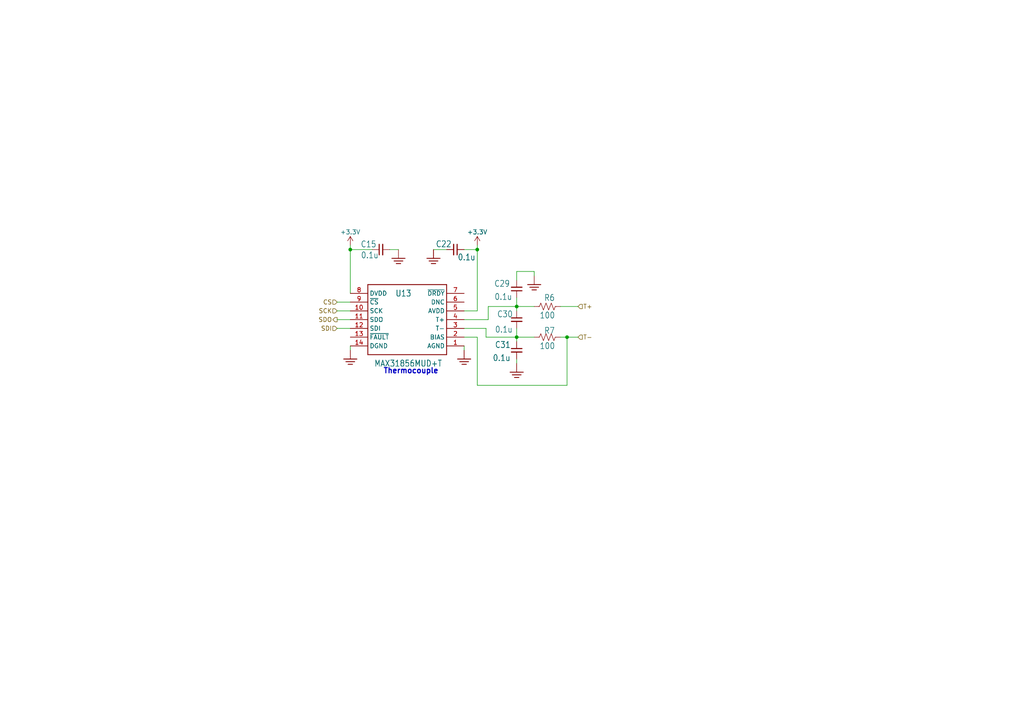
<source format=kicad_sch>
(kicad_sch (version 20230121) (generator eeschema)

  (uuid 00f2a0ff-d799-45cb-8ff1-4e2222c2dd8d)

  (paper "A4")

  (lib_symbols
    (symbol "BRGRavionics-eagle-import:GND-EARTH" (power) (in_bom yes) (on_board yes)
      (property "Reference" "#SUPPLY" (at 0 0 0)
        (effects (font (size 1.27 1.27)) hide)
      )
      (property "Value" "GND-EARTH" (at 0 -3.175 0)
        (effects (font (size 1.778 1.5113)))
      )
      (property "Footprint" "" (at 0 0 0)
        (effects (font (size 1.27 1.27)) hide)
      )
      (property "Datasheet" "" (at 0 0 0)
        (effects (font (size 1.27 1.27)) hide)
      )
      (property "ki_locked" "" (at 0 0 0)
        (effects (font (size 1.27 1.27)))
      )
      (symbol "GND-EARTH_1_0"
        (polyline
          (pts
            (xy -1.905 0)
            (xy 1.905 0)
          )
          (stroke (width 0.254) (type solid))
          (fill (type none))
        )
        (polyline
          (pts
            (xy -1.27 -0.762)
            (xy 1.27 -0.762)
          )
          (stroke (width 0.254) (type solid))
          (fill (type none))
        )
        (polyline
          (pts
            (xy -0.635 -1.524)
            (xy 0.635 -1.524)
          )
          (stroke (width 0.254) (type solid))
          (fill (type none))
        )
        (pin power_in line (at 0 2.54 270) (length 2.54)
          (name "GND" (effects (font (size 0 0))))
          (number "1" (effects (font (size 0 0))))
        )
      )
    )
    (symbol "BRGRavionics-eagle-import:MAX31856MUD+T" (in_bom yes) (on_board yes)
      (property "Reference" "IC" (at 29.21 7.62 0)
        (effects (font (size 1.778 1.5113)) (justify left))
      )
      (property "Value" "" (at 29.21 5.08 0)
        (effects (font (size 1.778 1.5113)) (justify left))
      )
      (property "Footprint" "BRGRavionics:SOP65P640X110-14N" (at 0 0 0)
        (effects (font (size 1.27 1.27)) hide)
      )
      (property "Datasheet" "" (at 0 0 0)
        (effects (font (size 1.27 1.27)) hide)
      )
      (property "ki_locked" "" (at 0 0 0)
        (effects (font (size 1.27 1.27)))
      )
      (symbol "MAX31856MUD+T_1_0"
        (polyline
          (pts
            (xy 5.08 2.54)
            (xy 5.08 -17.78)
          )
          (stroke (width 0.254) (type solid))
          (fill (type none))
        )
        (polyline
          (pts
            (xy 5.08 2.54)
            (xy 27.94 2.54)
          )
          (stroke (width 0.254) (type solid))
          (fill (type none))
        )
        (polyline
          (pts
            (xy 27.94 -17.78)
            (xy 5.08 -17.78)
          )
          (stroke (width 0.254) (type solid))
          (fill (type none))
        )
        (polyline
          (pts
            (xy 27.94 -17.78)
            (xy 27.94 2.54)
          )
          (stroke (width 0.254) (type solid))
          (fill (type none))
        )
        (pin bidirectional line (at 0 0 0) (length 5.08)
          (name "AGND" (effects (font (size 1.27 1.27))))
          (number "1" (effects (font (size 1.27 1.27))))
        )
        (pin bidirectional line (at 33.02 -10.16 180) (length 5.08)
          (name "SCK" (effects (font (size 1.27 1.27))))
          (number "10" (effects (font (size 1.27 1.27))))
        )
        (pin bidirectional line (at 33.02 -7.62 180) (length 5.08)
          (name "SDO" (effects (font (size 1.27 1.27))))
          (number "11" (effects (font (size 1.27 1.27))))
        )
        (pin bidirectional line (at 33.02 -5.08 180) (length 5.08)
          (name "SDI" (effects (font (size 1.27 1.27))))
          (number "12" (effects (font (size 1.27 1.27))))
        )
        (pin bidirectional line (at 33.02 -2.54 180) (length 5.08)
          (name "~{FAULT}" (effects (font (size 1.27 1.27))))
          (number "13" (effects (font (size 1.27 1.27))))
        )
        (pin bidirectional line (at 33.02 0 180) (length 5.08)
          (name "DGND" (effects (font (size 1.27 1.27))))
          (number "14" (effects (font (size 1.27 1.27))))
        )
        (pin bidirectional line (at 0 -2.54 0) (length 5.08)
          (name "BIAS" (effects (font (size 1.27 1.27))))
          (number "2" (effects (font (size 1.27 1.27))))
        )
        (pin bidirectional line (at 0 -5.08 0) (length 5.08)
          (name "T-" (effects (font (size 1.27 1.27))))
          (number "3" (effects (font (size 1.27 1.27))))
        )
        (pin bidirectional line (at 0 -7.62 0) (length 5.08)
          (name "T+" (effects (font (size 1.27 1.27))))
          (number "4" (effects (font (size 1.27 1.27))))
        )
        (pin bidirectional line (at 0 -10.16 0) (length 5.08)
          (name "AVDD" (effects (font (size 1.27 1.27))))
          (number "5" (effects (font (size 1.27 1.27))))
        )
        (pin bidirectional line (at 0 -12.7 0) (length 5.08)
          (name "DNC" (effects (font (size 1.27 1.27))))
          (number "6" (effects (font (size 1.27 1.27))))
        )
        (pin bidirectional line (at 0 -15.24 0) (length 5.08)
          (name "~{DRDY}" (effects (font (size 1.27 1.27))))
          (number "7" (effects (font (size 1.27 1.27))))
        )
        (pin bidirectional line (at 33.02 -15.24 180) (length 5.08)
          (name "DVDD" (effects (font (size 1.27 1.27))))
          (number "8" (effects (font (size 1.27 1.27))))
        )
        (pin bidirectional line (at 33.02 -12.7 180) (length 5.08)
          (name "~{CS}" (effects (font (size 1.27 1.27))))
          (number "9" (effects (font (size 1.27 1.27))))
        )
      )
    )
    (symbol "Device:C_Small" (pin_numbers hide) (pin_names (offset 0.254) hide) (in_bom yes) (on_board yes)
      (property "Reference" "C" (at 0.254 1.778 0)
        (effects (font (size 1.27 1.27)) (justify left))
      )
      (property "Value" "C_Small" (at 0.254 -2.032 0)
        (effects (font (size 1.27 1.27)) (justify left))
      )
      (property "Footprint" "" (at 0 0 0)
        (effects (font (size 1.27 1.27)) hide)
      )
      (property "Datasheet" "~" (at 0 0 0)
        (effects (font (size 1.27 1.27)) hide)
      )
      (property "ki_keywords" "capacitor cap" (at 0 0 0)
        (effects (font (size 1.27 1.27)) hide)
      )
      (property "ki_description" "Unpolarized capacitor, small symbol" (at 0 0 0)
        (effects (font (size 1.27 1.27)) hide)
      )
      (property "ki_fp_filters" "C_*" (at 0 0 0)
        (effects (font (size 1.27 1.27)) hide)
      )
      (symbol "C_Small_0_1"
        (polyline
          (pts
            (xy -1.524 -0.508)
            (xy 1.524 -0.508)
          )
          (stroke (width 0.3302) (type default))
          (fill (type none))
        )
        (polyline
          (pts
            (xy -1.524 0.508)
            (xy 1.524 0.508)
          )
          (stroke (width 0.3048) (type default))
          (fill (type none))
        )
      )
      (symbol "C_Small_1_1"
        (pin passive line (at 0 2.54 270) (length 2.032)
          (name "~" (effects (font (size 1.27 1.27))))
          (number "1" (effects (font (size 1.27 1.27))))
        )
        (pin passive line (at 0 -2.54 90) (length 2.032)
          (name "~" (effects (font (size 1.27 1.27))))
          (number "2" (effects (font (size 1.27 1.27))))
        )
      )
    )
    (symbol "Device:R_US" (pin_numbers hide) (pin_names (offset 0)) (in_bom yes) (on_board yes)
      (property "Reference" "R" (at 2.54 0 90)
        (effects (font (size 1.27 1.27)))
      )
      (property "Value" "R_US" (at -2.54 0 90)
        (effects (font (size 1.27 1.27)))
      )
      (property "Footprint" "" (at 1.016 -0.254 90)
        (effects (font (size 1.27 1.27)) hide)
      )
      (property "Datasheet" "~" (at 0 0 0)
        (effects (font (size 1.27 1.27)) hide)
      )
      (property "ki_keywords" "R res resistor" (at 0 0 0)
        (effects (font (size 1.27 1.27)) hide)
      )
      (property "ki_description" "Resistor, US symbol" (at 0 0 0)
        (effects (font (size 1.27 1.27)) hide)
      )
      (property "ki_fp_filters" "R_*" (at 0 0 0)
        (effects (font (size 1.27 1.27)) hide)
      )
      (symbol "R_US_0_1"
        (polyline
          (pts
            (xy 0 -2.286)
            (xy 0 -2.54)
          )
          (stroke (width 0) (type default))
          (fill (type none))
        )
        (polyline
          (pts
            (xy 0 2.286)
            (xy 0 2.54)
          )
          (stroke (width 0) (type default))
          (fill (type none))
        )
        (polyline
          (pts
            (xy 0 -0.762)
            (xy 1.016 -1.143)
            (xy 0 -1.524)
            (xy -1.016 -1.905)
            (xy 0 -2.286)
          )
          (stroke (width 0) (type default))
          (fill (type none))
        )
        (polyline
          (pts
            (xy 0 0.762)
            (xy 1.016 0.381)
            (xy 0 0)
            (xy -1.016 -0.381)
            (xy 0 -0.762)
          )
          (stroke (width 0) (type default))
          (fill (type none))
        )
        (polyline
          (pts
            (xy 0 2.286)
            (xy 1.016 1.905)
            (xy 0 1.524)
            (xy -1.016 1.143)
            (xy 0 0.762)
          )
          (stroke (width 0) (type default))
          (fill (type none))
        )
      )
      (symbol "R_US_1_1"
        (pin passive line (at 0 3.81 270) (length 1.27)
          (name "~" (effects (font (size 1.27 1.27))))
          (number "1" (effects (font (size 1.27 1.27))))
        )
        (pin passive line (at 0 -3.81 90) (length 1.27)
          (name "~" (effects (font (size 1.27 1.27))))
          (number "2" (effects (font (size 1.27 1.27))))
        )
      )
    )
    (symbol "power:+3.3V" (power) (pin_names (offset 0)) (in_bom yes) (on_board yes)
      (property "Reference" "#PWR" (at 0 -3.81 0)
        (effects (font (size 1.27 1.27)) hide)
      )
      (property "Value" "+3.3V" (at 0 3.556 0)
        (effects (font (size 1.27 1.27)))
      )
      (property "Footprint" "" (at 0 0 0)
        (effects (font (size 1.27 1.27)) hide)
      )
      (property "Datasheet" "" (at 0 0 0)
        (effects (font (size 1.27 1.27)) hide)
      )
      (property "ki_keywords" "global power" (at 0 0 0)
        (effects (font (size 1.27 1.27)) hide)
      )
      (property "ki_description" "Power symbol creates a global label with name \"+3.3V\"" (at 0 0 0)
        (effects (font (size 1.27 1.27)) hide)
      )
      (symbol "+3.3V_0_1"
        (polyline
          (pts
            (xy -0.762 1.27)
            (xy 0 2.54)
          )
          (stroke (width 0) (type default))
          (fill (type none))
        )
        (polyline
          (pts
            (xy 0 0)
            (xy 0 2.54)
          )
          (stroke (width 0) (type default))
          (fill (type none))
        )
        (polyline
          (pts
            (xy 0 2.54)
            (xy 0.762 1.27)
          )
          (stroke (width 0) (type default))
          (fill (type none))
        )
      )
      (symbol "+3.3V_1_1"
        (pin power_in line (at 0 0 90) (length 0) hide
          (name "+3.3V" (effects (font (size 1.27 1.27))))
          (number "1" (effects (font (size 1.27 1.27))))
        )
      )
    )
  )

  (junction (at 164.465 97.79) (diameter 0) (color 0 0 0 0)
    (uuid 00c9eae0-fff4-414e-952a-a7842e838678)
  )
  (junction (at 101.6 72.39) (diameter 0) (color 0 0 0 0)
    (uuid 68d8fe08-9c42-43bd-8e7e-6b5a4b0c9ae1)
  )
  (junction (at 138.43 72.39) (diameter 0) (color 0 0 0 0)
    (uuid c12d9359-1694-4a35-84ac-2c69dd311533)
  )
  (junction (at 149.86 88.9) (diameter 0) (color 0 0 0 0)
    (uuid c9bb25de-b79c-45b0-a34f-3ef118af068a)
  )
  (junction (at 149.86 97.79) (diameter 0) (color 0 0 0 0)
    (uuid ff39a96e-5489-4b2b-96ba-307f2d460657)
  )

  (wire (pts (xy 149.86 90.17) (xy 149.86 88.9))
    (stroke (width 0) (type default))
    (uuid 05eeef58-70be-4a77-90ed-c3f2962c4452)
  )
  (wire (pts (xy 141.605 88.9) (xy 149.86 88.9))
    (stroke (width 0.1524) (type solid))
    (uuid 086aa627-7e8f-4b63-ae45-a190e3ed419a)
  )
  (wire (pts (xy 149.86 88.9) (xy 154.94 88.9))
    (stroke (width 0.1524) (type solid))
    (uuid 16e69bd9-6fed-4828-ac09-c9d221c2e3f9)
  )
  (wire (pts (xy 101.6 72.39) (xy 107.95 72.39))
    (stroke (width 0) (type default))
    (uuid 20d4e0b4-e156-472a-98de-0aeabdd19c80)
  )
  (wire (pts (xy 138.43 111.76) (xy 164.465 111.76))
    (stroke (width 0.1524) (type solid))
    (uuid 220fa4f3-8e60-4205-b779-d113ef2db22f)
  )
  (wire (pts (xy 97.79 90.17) (xy 101.6 90.17))
    (stroke (width 0.1524) (type solid))
    (uuid 2c05f0a6-dce2-4342-9dd8-2f1f3e858c20)
  )
  (wire (pts (xy 97.79 87.63) (xy 101.6 87.63))
    (stroke (width 0) (type default))
    (uuid 31871dab-8285-4516-b5b9-67c6a0899470)
  )
  (wire (pts (xy 134.62 97.79) (xy 138.43 97.79))
    (stroke (width 0.1524) (type solid))
    (uuid 421e4471-50fe-4036-ae6e-4888c0ca8a85)
  )
  (wire (pts (xy 149.86 81.28) (xy 149.86 78.74))
    (stroke (width 0) (type default))
    (uuid 4393c5fd-e4e3-4d90-af0e-428b2640e2c4)
  )
  (wire (pts (xy 149.86 99.06) (xy 149.86 97.79))
    (stroke (width 0) (type default))
    (uuid 48f01860-d6e7-4f79-9f93-bf1335587226)
  )
  (wire (pts (xy 138.43 71.12) (xy 138.43 72.39))
    (stroke (width 0) (type default))
    (uuid 52c08a52-5a73-4edf-8ef8-f1d69eade0d8)
  )
  (wire (pts (xy 140.97 97.79) (xy 140.97 95.25))
    (stroke (width 0.1524) (type solid))
    (uuid 5d8fd5b1-37bf-4c0c-b053-298c8303c656)
  )
  (wire (pts (xy 149.86 97.79) (xy 140.97 97.79))
    (stroke (width 0.1524) (type solid))
    (uuid 6423ce35-1d4d-435f-9e8c-dd850649efa0)
  )
  (wire (pts (xy 134.62 92.71) (xy 141.605 92.71))
    (stroke (width 0.1524) (type solid))
    (uuid 6c24b597-9043-4df8-b75e-a2978bfdc9c1)
  )
  (wire (pts (xy 162.56 97.79) (xy 164.465 97.79))
    (stroke (width 0) (type default))
    (uuid 749f8208-215f-4dd4-8fed-cf8dd34d5733)
  )
  (wire (pts (xy 149.86 78.74) (xy 154.94 78.74))
    (stroke (width 0) (type default))
    (uuid 79ec2e29-1c9f-4fe5-b6df-cc00731cac32)
  )
  (wire (pts (xy 138.43 90.17) (xy 134.62 90.17))
    (stroke (width 0.1524) (type solid))
    (uuid 8add1d6b-06a9-40a7-9de1-a6b6b0e30a9b)
  )
  (wire (pts (xy 101.6 72.39) (xy 101.6 85.09))
    (stroke (width 0) (type default))
    (uuid 91a5e91f-7052-4a1c-bb3b-dea82e5586af)
  )
  (wire (pts (xy 101.6 100.33) (xy 101.6 101.6))
    (stroke (width 0) (type default))
    (uuid 91c5ed38-d68e-4b26-a56e-84630af5ba9a)
  )
  (wire (pts (xy 140.97 95.25) (xy 134.62 95.25))
    (stroke (width 0.1524) (type solid))
    (uuid 921981b8-51ca-4d02-80cf-5c46e06766b3)
  )
  (wire (pts (xy 154.94 97.79) (xy 149.86 97.79))
    (stroke (width 0) (type default))
    (uuid 955e39c0-9ff8-4892-8181-d839838a4fc7)
  )
  (wire (pts (xy 162.56 88.9) (xy 167.64 88.9))
    (stroke (width 0) (type default))
    (uuid 964675f1-9bfe-437c-8b8d-751824ee8644)
  )
  (wire (pts (xy 134.62 101.6) (xy 134.62 100.33))
    (stroke (width 0) (type default))
    (uuid 9c785983-06fe-4f26-85a2-b969b2f38e0a)
  )
  (wire (pts (xy 138.43 97.79) (xy 138.43 111.76))
    (stroke (width 0.1524) (type solid))
    (uuid 9c86122f-c599-4006-bfc5-d1b5eb747966)
  )
  (wire (pts (xy 134.62 72.39) (xy 138.43 72.39))
    (stroke (width 0) (type default))
    (uuid 9e68219c-0d70-4029-a8e4-65e2ffab9828)
  )
  (wire (pts (xy 164.465 111.76) (xy 164.465 97.79))
    (stroke (width 0.1524) (type solid))
    (uuid a4af1416-5745-4af6-af4c-ceacb8b8636b)
  )
  (wire (pts (xy 149.86 105.41) (xy 149.86 104.14))
    (stroke (width 0) (type default))
    (uuid ab2dd8b0-fd1c-4f27-87fb-4bdbecdc71af)
  )
  (wire (pts (xy 125.73 72.39) (xy 129.54 72.39))
    (stroke (width 0) (type default))
    (uuid ac3a4d4a-74fb-4b33-b1d3-779129f9e9fa)
  )
  (wire (pts (xy 101.6 72.39) (xy 101.6 71.12))
    (stroke (width 0) (type default))
    (uuid c1c8369d-ad76-405d-9c4d-76ba2e2f5283)
  )
  (wire (pts (xy 138.43 72.39) (xy 138.43 90.17))
    (stroke (width 0) (type default))
    (uuid c68d70bc-5c9f-4f65-98b2-50dc1e8359c5)
  )
  (wire (pts (xy 149.86 95.25) (xy 149.86 97.79))
    (stroke (width 0) (type default))
    (uuid d12f31f7-8f26-4c4a-8b5a-50402d441e38)
  )
  (wire (pts (xy 97.79 95.25) (xy 101.6 95.25))
    (stroke (width 0.1524) (type solid))
    (uuid d41778ea-38ea-4a4b-9081-bfc4f981af0d)
  )
  (wire (pts (xy 141.605 92.71) (xy 141.605 88.9))
    (stroke (width 0.1524) (type solid))
    (uuid dd47ceea-29ef-4ffa-aab0-9792a889187b)
  )
  (wire (pts (xy 164.465 97.79) (xy 167.64 97.79))
    (stroke (width 0.1524) (type solid))
    (uuid ee88661c-eda1-40cf-8314-0dedf552e298)
  )
  (wire (pts (xy 154.94 78.74) (xy 154.94 80.01))
    (stroke (width 0) (type default))
    (uuid f0c7db38-cba4-4d4a-afa7-ff8d26f9e1c5)
  )
  (wire (pts (xy 97.79 92.71) (xy 101.6 92.71))
    (stroke (width 0.1524) (type solid))
    (uuid f41ed511-5c9a-4d00-82c2-81b5b57fe591)
  )
  (wire (pts (xy 113.03 72.39) (xy 115.57 72.39))
    (stroke (width 0) (type default))
    (uuid f4d6e5c3-a277-43ab-bf46-ff0c01fdc5b1)
  )
  (wire (pts (xy 149.86 86.36) (xy 149.86 88.9))
    (stroke (width 0) (type default))
    (uuid f78db8b0-1238-4843-81ec-b38698216767)
  )

  (text "Thermocouple" (at 111.125 108.585 0)
    (effects (font (size 1.524 1.524) (thickness 0.3048) bold) (justify left bottom))
    (uuid 152266f6-d9ef-48bb-bc19-75d678a036d5)
  )

  (hierarchical_label "SDO" (shape output) (at 97.79 92.71 180) (fields_autoplaced)
    (effects (font (size 1.27 1.27)) (justify right))
    (uuid 17b1299e-a92a-4a23-b052-81c9d6e31135)
  )
  (hierarchical_label "CS" (shape input) (at 97.79 87.63 180) (fields_autoplaced)
    (effects (font (size 1.27 1.27)) (justify right))
    (uuid 6fb1318f-cffa-4a8d-a402-b69c558c6bd8)
  )
  (hierarchical_label "T-" (shape input) (at 167.64 97.79 0) (fields_autoplaced)
    (effects (font (size 1.27 1.27)) (justify left))
    (uuid 88c5b5fd-d2be-4856-bee2-e461591bada5)
  )
  (hierarchical_label "T+" (shape input) (at 167.64 88.9 0) (fields_autoplaced)
    (effects (font (size 1.27 1.27)) (justify left))
    (uuid c8169164-c36f-42cc-92a7-81097bac61d9)
  )
  (hierarchical_label "SCK" (shape input) (at 97.79 90.17 180) (fields_autoplaced)
    (effects (font (size 1.27 1.27)) (justify right))
    (uuid ca0b2e80-58ec-4358-9511-1e2d7e82659d)
  )
  (hierarchical_label "SDI" (shape input) (at 97.79 95.25 180) (fields_autoplaced)
    (effects (font (size 1.27 1.27)) (justify right))
    (uuid d69cf74f-8418-4687-90f1-5b1103b876ad)
  )

  (symbol (lib_id "BRGRavionics-eagle-import:GND-EARTH") (at 101.6 104.14 0) (unit 1)
    (in_bom yes) (on_board yes) (dnp no)
    (uuid 0ee44d4e-f869-4582-ba4e-6fda4a274bf2)
    (property "Reference" "#SUPPLY015" (at 101.6 104.14 0)
      (effects (font (size 1.27 1.27)) hide)
    )
    (property "Value" "GND" (at 101.6 107.315 0)
      (effects (font (size 1.778 1.5113)) hide)
    )
    (property "Footprint" "" (at 101.6 104.14 0)
      (effects (font (size 1.27 1.27)) hide)
    )
    (property "Datasheet" "" (at 101.6 104.14 0)
      (effects (font (size 1.27 1.27)) hide)
    )
    (pin "1" (uuid b850b20a-d201-42dd-95d3-e9b92360026b))
    (instances
      (project "BRGRavionics"
        (path "/4e6fd9e4-e85c-45d6-9f9c-1f20b37f8bd7/b00cdb22-0b75-4b3c-9f2d-6c8417408d33"
          (reference "#SUPPLY015") (unit 1)
        )
      )
    )
  )

  (symbol (lib_id "Device:C_Small") (at 132.08 72.39 270) (unit 1)
    (in_bom yes) (on_board yes) (dnp no)
    (uuid 1b3c17d2-1543-49b8-a424-b1334438cd8b)
    (property "Reference" "C22" (at 126.365 71.755 90)
      (effects (font (size 1.778 1.5113)) (justify left bottom))
    )
    (property "Value" "0.1u" (at 132.715 75.565 90)
      (effects (font (size 1.778 1.5113)) (justify left bottom))
    )
    (property "Footprint" "Capacitor_SMD:C_0603_1608Metric" (at 132.08 72.39 0)
      (effects (font (size 1.27 1.27)) hide)
    )
    (property "Datasheet" "~" (at 132.08 72.39 0)
      (effects (font (size 1.27 1.27)) hide)
    )
    (pin "1" (uuid 73acaced-6d60-4846-9aaf-90f0dc3f48eb))
    (pin "2" (uuid fd9f8014-45b1-47f6-9df1-393ffa4a6b69))
    (instances
      (project "BRGRavionics"
        (path "/4e6fd9e4-e85c-45d6-9f9c-1f20b37f8bd7/b00cdb22-0b75-4b3c-9f2d-6c8417408d33"
          (reference "C22") (unit 1)
        )
      )
    )
  )

  (symbol (lib_id "Device:C_Small") (at 110.49 72.39 90) (unit 1)
    (in_bom yes) (on_board yes) (dnp no)
    (uuid 2e54d443-14a4-4143-9527-fea87cf7d7b5)
    (property "Reference" "C15" (at 109.22 69.85 90)
      (effects (font (size 1.778 1.5113)) (justify left bottom))
    )
    (property "Value" "0.1u" (at 109.855 73.025 90)
      (effects (font (size 1.778 1.5113)) (justify left bottom))
    )
    (property "Footprint" "Capacitor_SMD:C_0603_1608Metric" (at 110.49 72.39 0)
      (effects (font (size 1.27 1.27)) hide)
    )
    (property "Datasheet" "~" (at 110.49 72.39 0)
      (effects (font (size 1.27 1.27)) hide)
    )
    (pin "1" (uuid f338a1c6-96a0-46a0-8bc7-7041a2045023))
    (pin "2" (uuid d9e1dd09-3f6c-478a-ad59-622705540a2f))
    (instances
      (project "BRGRavionics"
        (path "/4e6fd9e4-e85c-45d6-9f9c-1f20b37f8bd7/b00cdb22-0b75-4b3c-9f2d-6c8417408d33"
          (reference "C15") (unit 1)
        )
      )
    )
  )

  (symbol (lib_id "BRGRavionics-eagle-import:GND-EARTH") (at 149.86 107.95 0) (unit 1)
    (in_bom yes) (on_board yes) (dnp no)
    (uuid 2ffac46b-229c-470c-938b-bcd3110af325)
    (property "Reference" "#SUPPLY019" (at 149.86 107.95 0)
      (effects (font (size 1.27 1.27)) hide)
    )
    (property "Value" "GND" (at 149.86 111.125 0)
      (effects (font (size 1.778 1.5113)) hide)
    )
    (property "Footprint" "" (at 149.86 107.95 0)
      (effects (font (size 1.27 1.27)) hide)
    )
    (property "Datasheet" "" (at 149.86 107.95 0)
      (effects (font (size 1.27 1.27)) hide)
    )
    (pin "1" (uuid a709da30-65dc-4dff-9654-a06d2eccee48))
    (instances
      (project "BRGRavionics"
        (path "/4e6fd9e4-e85c-45d6-9f9c-1f20b37f8bd7/b00cdb22-0b75-4b3c-9f2d-6c8417408d33"
          (reference "#SUPPLY019") (unit 1)
        )
      )
    )
  )

  (symbol (lib_id "Device:R_US") (at 158.75 88.9 270) (unit 1)
    (in_bom yes) (on_board yes) (dnp no)
    (uuid 4ce5ebf2-0ffc-484f-91f8-a5e0a5576d24)
    (property "Reference" "R6" (at 159.385 86.36 90)
      (effects (font (size 1.778 1.5113)))
    )
    (property "Value" "100" (at 158.75 91.44 90)
      (effects (font (size 1.778 1.5113)))
    )
    (property "Footprint" "Resistor_SMD:R_0603_1608Metric" (at 158.75 88.9 0)
      (effects (font (size 1.27 1.27)) hide)
    )
    (property "Datasheet" "" (at 158.75 88.9 0)
      (effects (font (size 1.27 1.27)) hide)
    )
    (pin "1" (uuid 19b5fa07-23d2-499a-a427-896b794ca28e))
    (pin "2" (uuid 3cb45282-079b-4c6a-9be9-b4fdb33c4a59))
    (instances
      (project "BRGRavionics"
        (path "/4e6fd9e4-e85c-45d6-9f9c-1f20b37f8bd7/b00cdb22-0b75-4b3c-9f2d-6c8417408d33"
          (reference "R6") (unit 1)
        )
      )
    )
  )

  (symbol (lib_id "BRGRavionics-eagle-import:GND-EARTH") (at 134.62 104.14 0) (unit 1)
    (in_bom yes) (on_board yes) (dnp no)
    (uuid 51768bbe-4a4a-46c3-bd35-eaaccb31fbca)
    (property "Reference" "#SUPPLY018" (at 134.62 104.14 0)
      (effects (font (size 1.27 1.27)) hide)
    )
    (property "Value" "GND" (at 134.62 107.315 0)
      (effects (font (size 1.778 1.5113)) hide)
    )
    (property "Footprint" "" (at 134.62 104.14 0)
      (effects (font (size 1.27 1.27)) hide)
    )
    (property "Datasheet" "" (at 134.62 104.14 0)
      (effects (font (size 1.27 1.27)) hide)
    )
    (pin "1" (uuid c709b1cc-e0d5-4690-a402-a0aafbfc1aa9))
    (instances
      (project "BRGRavionics"
        (path "/4e6fd9e4-e85c-45d6-9f9c-1f20b37f8bd7/b00cdb22-0b75-4b3c-9f2d-6c8417408d33"
          (reference "#SUPPLY018") (unit 1)
        )
      )
    )
  )

  (symbol (lib_id "BRGRavionics-eagle-import:GND-EARTH") (at 115.57 74.93 0) (unit 1)
    (in_bom yes) (on_board yes) (dnp no)
    (uuid 5e296403-5c7a-454a-a05a-40155b486157)
    (property "Reference" "#SUPPLY016" (at 115.57 74.93 0)
      (effects (font (size 1.27 1.27)) hide)
    )
    (property "Value" "GND" (at 115.57 78.105 0)
      (effects (font (size 1.778 1.5113)) hide)
    )
    (property "Footprint" "" (at 115.57 74.93 0)
      (effects (font (size 1.27 1.27)) hide)
    )
    (property "Datasheet" "" (at 115.57 74.93 0)
      (effects (font (size 1.27 1.27)) hide)
    )
    (pin "1" (uuid 3f70ce67-d7c7-4f6f-8236-5c6efd03753f))
    (instances
      (project "BRGRavionics"
        (path "/4e6fd9e4-e85c-45d6-9f9c-1f20b37f8bd7/b00cdb22-0b75-4b3c-9f2d-6c8417408d33"
          (reference "#SUPPLY016") (unit 1)
        )
      )
    )
  )

  (symbol (lib_id "BRGRavionics-eagle-import:GND-EARTH") (at 125.73 74.93 0) (unit 1)
    (in_bom yes) (on_board yes) (dnp no)
    (uuid 6e198842-d594-4a22-9d11-6fac86bb01fc)
    (property "Reference" "#SUPPLY017" (at 125.73 74.93 0)
      (effects (font (size 1.27 1.27)) hide)
    )
    (property "Value" "GND" (at 125.73 78.105 0)
      (effects (font (size 1.778 1.5113)) hide)
    )
    (property "Footprint" "" (at 125.73 74.93 0)
      (effects (font (size 1.27 1.27)) hide)
    )
    (property "Datasheet" "" (at 125.73 74.93 0)
      (effects (font (size 1.27 1.27)) hide)
    )
    (pin "1" (uuid b6e37986-7dd6-4c72-890a-6285b8e4fe15))
    (instances
      (project "BRGRavionics"
        (path "/4e6fd9e4-e85c-45d6-9f9c-1f20b37f8bd7/b00cdb22-0b75-4b3c-9f2d-6c8417408d33"
          (reference "#SUPPLY017") (unit 1)
        )
      )
    )
  )

  (symbol (lib_id "BRGRavionics-eagle-import:MAX31856MUD+T") (at 134.62 100.33 180) (unit 1)
    (in_bom yes) (on_board yes) (dnp no)
    (uuid 6f911f92-2d16-4c55-a415-a4c64ed191d3)
    (property "Reference" "U13" (at 119.38 85.09 0)
      (effects (font (size 1.778 1.5113)) (justify left))
    )
    (property "Value" "MAX31856MUD+T" (at 128.27 105.41 0)
      (effects (font (size 1.778 1.5113)) (justify left))
    )
    (property "Footprint" "BRGRavionics:SOP65P640X110-14N" (at 134.62 100.33 0)
      (effects (font (size 1.27 1.27)) hide)
    )
    (property "Datasheet" "" (at 134.62 100.33 0)
      (effects (font (size 1.27 1.27)) hide)
    )
    (pin "1" (uuid 968cca64-3d34-46fb-b8d5-99fd1659d88e))
    (pin "10" (uuid ff4b713a-4fce-4812-8293-74cbf70eec52))
    (pin "11" (uuid a065efab-a16f-4833-8b9b-ccac8f31106d))
    (pin "12" (uuid c73bac5c-4c76-433d-9159-39c5a4b5c261))
    (pin "13" (uuid bae800a2-dbb4-473c-ae7c-53df91e12183))
    (pin "14" (uuid 136df2f0-37b7-415c-bcbc-be6c32bc1f42))
    (pin "2" (uuid 3fcb3fcb-9d94-4865-aba0-938b94de70e4))
    (pin "3" (uuid a73c544c-b788-40bd-bd6a-4ac4b290c864))
    (pin "4" (uuid 488924cb-ab89-43be-b1da-b81f89776a23))
    (pin "5" (uuid 93d0dc79-317d-48e8-9061-443bb3e04083))
    (pin "6" (uuid 29a550d7-aec6-48e2-9375-503af5e65826))
    (pin "7" (uuid 6ef61020-f764-4832-809c-4171d48aaa61))
    (pin "8" (uuid e837c77c-338f-4e18-aed5-03f7f7010db5))
    (pin "9" (uuid d9211d88-a265-43e2-b3a6-567ec1e03d40))
    (instances
      (project "BRGRavionics"
        (path "/4e6fd9e4-e85c-45d6-9f9c-1f20b37f8bd7/b00cdb22-0b75-4b3c-9f2d-6c8417408d33"
          (reference "U13") (unit 1)
        )
      )
    )
  )

  (symbol (lib_id "Device:C_Small") (at 149.86 83.82 180) (unit 1)
    (in_bom yes) (on_board yes) (dnp no)
    (uuid 884f65c7-f494-46eb-813b-a3c7e4b26ced)
    (property "Reference" "C29" (at 147.955 81.28 0)
      (effects (font (size 1.778 1.5113)) (justify left bottom))
    )
    (property "Value" "0.1u" (at 148.59 85.09 0)
      (effects (font (size 1.778 1.5113)) (justify left bottom))
    )
    (property "Footprint" "Capacitor_SMD:C_0603_1608Metric" (at 149.86 83.82 0)
      (effects (font (size 1.27 1.27)) hide)
    )
    (property "Datasheet" "~" (at 149.86 83.82 0)
      (effects (font (size 1.27 1.27)) hide)
    )
    (pin "1" (uuid ccb65cde-c521-4647-9a46-4b03b08b7170))
    (pin "2" (uuid df94d17c-bff9-40b7-ac22-8b55991f906a))
    (instances
      (project "BRGRavionics"
        (path "/4e6fd9e4-e85c-45d6-9f9c-1f20b37f8bd7/b00cdb22-0b75-4b3c-9f2d-6c8417408d33"
          (reference "C29") (unit 1)
        )
      )
    )
  )

  (symbol (lib_id "BRGRavionics-eagle-import:GND-EARTH") (at 154.94 82.55 0) (unit 1)
    (in_bom yes) (on_board yes) (dnp no)
    (uuid 8ba8f5d5-b31d-4f63-844f-1a805ce1ab61)
    (property "Reference" "#SUPPLY020" (at 154.94 82.55 0)
      (effects (font (size 1.27 1.27)) hide)
    )
    (property "Value" "GND" (at 154.94 85.725 0)
      (effects (font (size 1.778 1.5113)) hide)
    )
    (property "Footprint" "" (at 154.94 82.55 0)
      (effects (font (size 1.27 1.27)) hide)
    )
    (property "Datasheet" "" (at 154.94 82.55 0)
      (effects (font (size 1.27 1.27)) hide)
    )
    (pin "1" (uuid be9d873b-cb7f-4dda-acd4-c6d83e3cf6fa))
    (instances
      (project "BRGRavionics"
        (path "/4e6fd9e4-e85c-45d6-9f9c-1f20b37f8bd7/b00cdb22-0b75-4b3c-9f2d-6c8417408d33"
          (reference "#SUPPLY020") (unit 1)
        )
      )
    )
  )

  (symbol (lib_id "power:+3.3V") (at 138.43 71.12 0) (unit 1)
    (in_bom yes) (on_board yes) (dnp no) (fields_autoplaced)
    (uuid 967a1254-bbbd-4011-8b17-6e8d9250f79c)
    (property "Reference" "#PWR012" (at 138.43 74.93 0)
      (effects (font (size 1.27 1.27)) hide)
    )
    (property "Value" "+3.3V" (at 138.43 67.31 0)
      (effects (font (size 1.27 1.27)))
    )
    (property "Footprint" "" (at 138.43 71.12 0)
      (effects (font (size 1.27 1.27)) hide)
    )
    (property "Datasheet" "" (at 138.43 71.12 0)
      (effects (font (size 1.27 1.27)) hide)
    )
    (pin "1" (uuid 827b3728-b4de-4512-ab46-6521143fe77c))
    (instances
      (project "BRGRavionics"
        (path "/4e6fd9e4-e85c-45d6-9f9c-1f20b37f8bd7/b00cdb22-0b75-4b3c-9f2d-6c8417408d33"
          (reference "#PWR012") (unit 1)
        )
      )
    )
  )

  (symbol (lib_id "Device:C_Small") (at 149.86 101.6 0) (unit 1)
    (in_bom yes) (on_board yes) (dnp no)
    (uuid a3d6b215-1212-4837-94ed-68bddb5e67d3)
    (property "Reference" "C31" (at 143.51 100.965 0)
      (effects (font (size 1.778 1.5113)) (justify left bottom))
    )
    (property "Value" "0.1u" (at 142.875 104.775 0)
      (effects (font (size 1.778 1.5113)) (justify left bottom))
    )
    (property "Footprint" "Capacitor_SMD:C_0603_1608Metric" (at 149.86 101.6 0)
      (effects (font (size 1.27 1.27)) hide)
    )
    (property "Datasheet" "~" (at 149.86 101.6 0)
      (effects (font (size 1.27 1.27)) hide)
    )
    (pin "1" (uuid 15ca13de-841a-496c-b742-a6425a3617b8))
    (pin "2" (uuid 20cc6a57-fda7-48a6-bdf5-c7564aa0c3e0))
    (instances
      (project "BRGRavionics"
        (path "/4e6fd9e4-e85c-45d6-9f9c-1f20b37f8bd7/b00cdb22-0b75-4b3c-9f2d-6c8417408d33"
          (reference "C31") (unit 1)
        )
      )
    )
  )

  (symbol (lib_id "Device:C_Small") (at 149.86 92.71 0) (unit 1)
    (in_bom yes) (on_board yes) (dnp no)
    (uuid ba2e0a7f-af53-4526-8a2e-845dc0f50c29)
    (property "Reference" "C30" (at 144.145 92.075 0)
      (effects (font (size 1.778 1.5113)) (justify left bottom))
    )
    (property "Value" "0.1u" (at 143.51 96.52 0)
      (effects (font (size 1.778 1.5113)) (justify left bottom))
    )
    (property "Footprint" "Capacitor_SMD:C_0603_1608Metric" (at 149.86 92.71 0)
      (effects (font (size 1.27 1.27)) hide)
    )
    (property "Datasheet" "~" (at 149.86 92.71 0)
      (effects (font (size 1.27 1.27)) hide)
    )
    (pin "1" (uuid 59842536-d8c4-4f62-8e83-39f1157e6882))
    (pin "2" (uuid 77522ad4-1cdf-4aa1-84f7-932d09d35512))
    (instances
      (project "BRGRavionics"
        (path "/4e6fd9e4-e85c-45d6-9f9c-1f20b37f8bd7/b00cdb22-0b75-4b3c-9f2d-6c8417408d33"
          (reference "C30") (unit 1)
        )
      )
    )
  )

  (symbol (lib_id "Device:R_US") (at 158.75 97.79 270) (unit 1)
    (in_bom yes) (on_board yes) (dnp no)
    (uuid ed4affd6-ceee-41cc-ae4e-a502defbd0e0)
    (property "Reference" "R7" (at 159.385 95.885 90)
      (effects (font (size 1.778 1.5113)))
    )
    (property "Value" "100" (at 158.75 100.33 90)
      (effects (font (size 1.778 1.5113)))
    )
    (property "Footprint" "Resistor_SMD:R_0603_1608Metric" (at 158.75 97.79 0)
      (effects (font (size 1.27 1.27)) hide)
    )
    (property "Datasheet" "" (at 158.75 97.79 0)
      (effects (font (size 1.27 1.27)) hide)
    )
    (pin "1" (uuid f6484aca-7bfd-43b6-94ea-34bd1823e5b0))
    (pin "2" (uuid bc87ed69-e38d-4114-9695-3e7c2dd282f5))
    (instances
      (project "BRGRavionics"
        (path "/4e6fd9e4-e85c-45d6-9f9c-1f20b37f8bd7/b00cdb22-0b75-4b3c-9f2d-6c8417408d33"
          (reference "R7") (unit 1)
        )
      )
    )
  )

  (symbol (lib_id "power:+3.3V") (at 101.6 71.12 0) (unit 1)
    (in_bom yes) (on_board yes) (dnp no) (fields_autoplaced)
    (uuid ff34eaac-3260-4d0a-9290-88485914fb6c)
    (property "Reference" "#PWR011" (at 101.6 74.93 0)
      (effects (font (size 1.27 1.27)) hide)
    )
    (property "Value" "+3.3V" (at 101.6 67.31 0)
      (effects (font (size 1.27 1.27)))
    )
    (property "Footprint" "" (at 101.6 71.12 0)
      (effects (font (size 1.27 1.27)) hide)
    )
    (property "Datasheet" "" (at 101.6 71.12 0)
      (effects (font (size 1.27 1.27)) hide)
    )
    (pin "1" (uuid 96efbb1c-f405-48cb-aa19-399d404d3b71))
    (instances
      (project "BRGRavionics"
        (path "/4e6fd9e4-e85c-45d6-9f9c-1f20b37f8bd7/b00cdb22-0b75-4b3c-9f2d-6c8417408d33"
          (reference "#PWR011") (unit 1)
        )
      )
    )
  )
)

</source>
